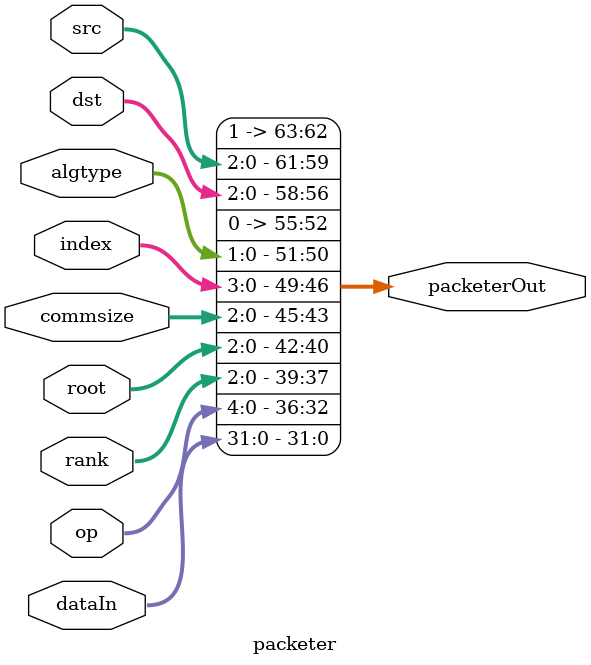
<source format=v>
`timescale 1ns / 1ns

/*
	*|63   	|62       	| 61-59  |58-56   |55-52  	|51-50   |49-46|45-43   |42-40|39-37|36-32|31-0   |
	*|valid bit|reduction bit|src node|dst node|packet type|alg type|index|commsize|root |rank |op   |payload|
 
inside the fifo
	*|66-64   |63   	|62       	| 61-59  |58-56   |55-52  	|51-50     	|49-46|45-43   |42-40|39-37|36-32|31-0   |
	*|children|valid bit|reduction bit|src node|dst node|packet type|algorithm type|index|commsize|root |rank |op   |payload|
//reduction table entry format
 
	*|72  |71       	|70-67 	|66-64         	|63   	|62       	| 61-59  |58-56   |55-52  	|51-50   |49-46|45-43   |42-40|39-37|36-32|31-0   |
	*|leaf|counting down|wait count|children remaining|valid bit|reduction bit|src node|dst node|packet type|alg type|index|commsize|root |rank |op   |payload|
//leaf bit is for if the operation's children count == 0, because then the input is also the output 
//extra bit/counting down is 1 if the wait count was ever set to the proper latency
/////////////////////////////////////////////////////////////////////////////////*/

module packeter(packeterOut, dataIn, op, commsize, rank, root, index, algtype, src, dst);
input [31:0]dataIn;
input [4:0]op;
input [3:0]commsize;
input [2:0]rank;
input [2:0]root;
input [3:0]index;
input [1:0]algtype;
input [2:0]src;
input [2:0]dst;
output [63:0]packeterOut;
parameter DataWidth = 64;
parameter ReductionTableWidth = 73;
parameter ReductionTableSize = 2;
parameter AdderLatency = 14;
parameter PayloadLen=32;
parameter opPos = 32;
parameter opWidth = 5;
parameter RankPos = 37;
parameter RankWidth = 3;
parameter IndexPos=46;
parameter IndexWidth = 4;
parameter PacketTypePos = 52;
parameter PacketTypeWidth = 4;
parameter DstPos = 56;
parameter DstWidth = 3;
parameter SrcPos = 59;
parameter SrcWidth = 3;
parameter ReductionBitPos=62;
parameter ValidBitPos = 63;
parameter ChildrenPos=64;
parameter ChildrenWidth=3;
parameter WaitPos = 67;
parameter WaitWidth = 4;
parameter ExtraWaitPos=71;
parameter LeafBitPos=72;

assign packeterOut[31:0] = dataIn;
assign packeterOut[36:32] = op;
assign packeterOut[39:37] = rank;
assign packeterOut[42:40] = root;
assign packeterOut[45:43] = commsize;
assign packeterOut[49:46] = index;
assign packeterOut[51:50] = algtype;
assign packeterOut[55:52] = 0; //packet type
assign packeterOut[58:56] = dst;
assign packeterOut[61:59] = src;
assign packeterOut[62] = 1; //reductiontype
assign packeterOut[63] = 1; //valid


endmodule

</source>
